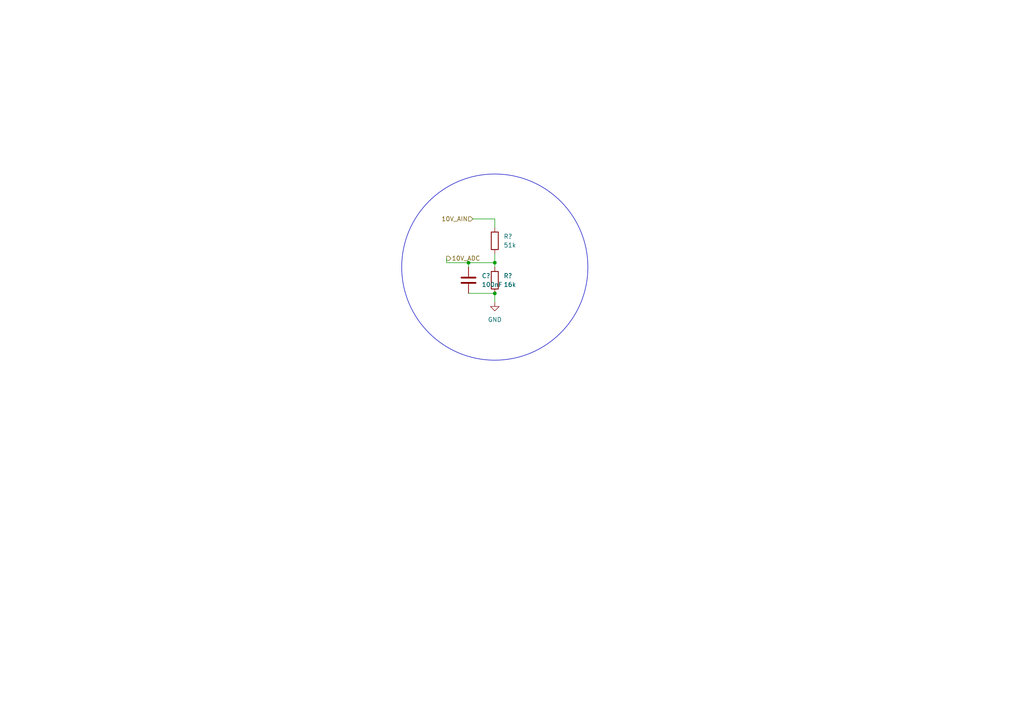
<source format=kicad_sch>
(kicad_sch
	(version 20250114)
	(generator "eeschema")
	(generator_version "9.0")
	(uuid "75d96c7c-c4c9-4ee6-addb-6438632cb428")
	(paper "A4")
	(lib_symbols
		(symbol "Device:C"
			(pin_numbers
				(hide yes)
			)
			(pin_names
				(offset 0.254)
			)
			(exclude_from_sim no)
			(in_bom yes)
			(on_board yes)
			(property "Reference" "C"
				(at 0.635 2.54 0)
				(effects
					(font
						(size 1.27 1.27)
					)
					(justify left)
				)
			)
			(property "Value" "C"
				(at 0.635 -2.54 0)
				(effects
					(font
						(size 1.27 1.27)
					)
					(justify left)
				)
			)
			(property "Footprint" ""
				(at 0.9652 -3.81 0)
				(effects
					(font
						(size 1.27 1.27)
					)
					(hide yes)
				)
			)
			(property "Datasheet" "~"
				(at 0 0 0)
				(effects
					(font
						(size 1.27 1.27)
					)
					(hide yes)
				)
			)
			(property "Description" "Unpolarized capacitor"
				(at 0 0 0)
				(effects
					(font
						(size 1.27 1.27)
					)
					(hide yes)
				)
			)
			(property "ki_keywords" "cap capacitor"
				(at 0 0 0)
				(effects
					(font
						(size 1.27 1.27)
					)
					(hide yes)
				)
			)
			(property "ki_fp_filters" "C_*"
				(at 0 0 0)
				(effects
					(font
						(size 1.27 1.27)
					)
					(hide yes)
				)
			)
			(symbol "C_0_1"
				(polyline
					(pts
						(xy -2.032 0.762) (xy 2.032 0.762)
					)
					(stroke
						(width 0.508)
						(type default)
					)
					(fill
						(type none)
					)
				)
				(polyline
					(pts
						(xy -2.032 -0.762) (xy 2.032 -0.762)
					)
					(stroke
						(width 0.508)
						(type default)
					)
					(fill
						(type none)
					)
				)
			)
			(symbol "C_1_1"
				(pin passive line
					(at 0 3.81 270)
					(length 2.794)
					(name "~"
						(effects
							(font
								(size 1.27 1.27)
							)
						)
					)
					(number "1"
						(effects
							(font
								(size 1.27 1.27)
							)
						)
					)
				)
				(pin passive line
					(at 0 -3.81 90)
					(length 2.794)
					(name "~"
						(effects
							(font
								(size 1.27 1.27)
							)
						)
					)
					(number "2"
						(effects
							(font
								(size 1.27 1.27)
							)
						)
					)
				)
			)
			(embedded_fonts no)
		)
		(symbol "Device:R"
			(pin_numbers
				(hide yes)
			)
			(pin_names
				(offset 0)
			)
			(exclude_from_sim no)
			(in_bom yes)
			(on_board yes)
			(property "Reference" "R"
				(at 2.032 0 90)
				(effects
					(font
						(size 1.27 1.27)
					)
				)
			)
			(property "Value" "R"
				(at 0 0 90)
				(effects
					(font
						(size 1.27 1.27)
					)
				)
			)
			(property "Footprint" ""
				(at -1.778 0 90)
				(effects
					(font
						(size 1.27 1.27)
					)
					(hide yes)
				)
			)
			(property "Datasheet" "~"
				(at 0 0 0)
				(effects
					(font
						(size 1.27 1.27)
					)
					(hide yes)
				)
			)
			(property "Description" "Resistor"
				(at 0 0 0)
				(effects
					(font
						(size 1.27 1.27)
					)
					(hide yes)
				)
			)
			(property "ki_keywords" "R res resistor"
				(at 0 0 0)
				(effects
					(font
						(size 1.27 1.27)
					)
					(hide yes)
				)
			)
			(property "ki_fp_filters" "R_*"
				(at 0 0 0)
				(effects
					(font
						(size 1.27 1.27)
					)
					(hide yes)
				)
			)
			(symbol "R_0_1"
				(rectangle
					(start -1.016 -2.54)
					(end 1.016 2.54)
					(stroke
						(width 0.254)
						(type default)
					)
					(fill
						(type none)
					)
				)
			)
			(symbol "R_1_1"
				(pin passive line
					(at 0 3.81 270)
					(length 1.27)
					(name "~"
						(effects
							(font
								(size 1.27 1.27)
							)
						)
					)
					(number "1"
						(effects
							(font
								(size 1.27 1.27)
							)
						)
					)
				)
				(pin passive line
					(at 0 -3.81 90)
					(length 1.27)
					(name "~"
						(effects
							(font
								(size 1.27 1.27)
							)
						)
					)
					(number "2"
						(effects
							(font
								(size 1.27 1.27)
							)
						)
					)
				)
			)
			(embedded_fonts no)
		)
		(symbol "power:GND"
			(power)
			(pin_numbers
				(hide yes)
			)
			(pin_names
				(offset 0)
				(hide yes)
			)
			(exclude_from_sim no)
			(in_bom yes)
			(on_board yes)
			(property "Reference" "#PWR"
				(at 0 -6.35 0)
				(effects
					(font
						(size 1.27 1.27)
					)
					(hide yes)
				)
			)
			(property "Value" "GND"
				(at 0 -3.81 0)
				(effects
					(font
						(size 1.27 1.27)
					)
				)
			)
			(property "Footprint" ""
				(at 0 0 0)
				(effects
					(font
						(size 1.27 1.27)
					)
					(hide yes)
				)
			)
			(property "Datasheet" ""
				(at 0 0 0)
				(effects
					(font
						(size 1.27 1.27)
					)
					(hide yes)
				)
			)
			(property "Description" "Power symbol creates a global label with name \"GND\" , ground"
				(at 0 0 0)
				(effects
					(font
						(size 1.27 1.27)
					)
					(hide yes)
				)
			)
			(property "ki_keywords" "global power"
				(at 0 0 0)
				(effects
					(font
						(size 1.27 1.27)
					)
					(hide yes)
				)
			)
			(symbol "GND_0_1"
				(polyline
					(pts
						(xy 0 0) (xy 0 -1.27) (xy 1.27 -1.27) (xy 0 -2.54) (xy -1.27 -1.27) (xy 0 -1.27)
					)
					(stroke
						(width 0)
						(type default)
					)
					(fill
						(type none)
					)
				)
			)
			(symbol "GND_1_1"
				(pin power_in line
					(at 0 0 270)
					(length 0)
					(name "~"
						(effects
							(font
								(size 1.27 1.27)
							)
						)
					)
					(number "1"
						(effects
							(font
								(size 1.27 1.27)
							)
						)
					)
				)
			)
			(embedded_fonts no)
		)
	)
	(circle
		(center 143.51 77.47)
		(radius 27.0006)
		(stroke
			(width 0)
			(type default)
		)
		(fill
			(type none)
		)
		(uuid 8d631238-e238-4fdf-9b82-79643a9a5587)
	)
	(junction
		(at 143.51 85.09)
		(diameter 0)
		(color 0 0 0 0)
		(uuid "576a65af-900e-4043-8456-50273e3d8a26")
	)
	(junction
		(at 143.51 76.2)
		(diameter 0)
		(color 0 0 0 0)
		(uuid "6fdbda12-2814-44bb-bc25-35c12aed7461")
	)
	(junction
		(at 135.89 76.2)
		(diameter 0)
		(color 0 0 0 0)
		(uuid "f6a5ce0a-e60f-467a-8c80-a705add9fd8d")
	)
	(wire
		(pts
			(xy 143.51 73.66) (xy 143.51 76.2)
		)
		(stroke
			(width 0)
			(type default)
		)
		(uuid "0cdec24f-0387-4dd5-bf3b-ce2fd8d22981")
	)
	(wire
		(pts
			(xy 129.54 76.2) (xy 129.54 74.93)
		)
		(stroke
			(width 0)
			(type default)
		)
		(uuid "142b1068-d977-4fc5-99b3-d4fe0a3b1dc4")
	)
	(wire
		(pts
			(xy 143.51 85.09) (xy 143.51 87.63)
		)
		(stroke
			(width 0)
			(type default)
		)
		(uuid "15cbce29-89b1-4768-ace9-a02455e8275a")
	)
	(wire
		(pts
			(xy 143.51 63.5) (xy 143.51 66.04)
		)
		(stroke
			(width 0)
			(type default)
		)
		(uuid "1a57fc18-aa71-4809-ac90-694f7eb5ba83")
	)
	(wire
		(pts
			(xy 135.89 76.2) (xy 135.89 77.47)
		)
		(stroke
			(width 0)
			(type default)
		)
		(uuid "4c49268d-67fe-4feb-8976-a2a835e1c165")
	)
	(wire
		(pts
			(xy 137.16 63.5) (xy 143.51 63.5)
		)
		(stroke
			(width 0)
			(type default)
		)
		(uuid "7cdee398-54ea-46b0-8126-dfe721c6c452")
	)
	(wire
		(pts
			(xy 135.89 76.2) (xy 143.51 76.2)
		)
		(stroke
			(width 0)
			(type default)
		)
		(uuid "7f8ac95d-60b1-44c0-8a2f-e2a556ae5118")
	)
	(wire
		(pts
			(xy 129.54 76.2) (xy 135.89 76.2)
		)
		(stroke
			(width 0)
			(type default)
		)
		(uuid "86acc008-49d6-4246-9538-374353fefd9e")
	)
	(wire
		(pts
			(xy 143.51 85.09) (xy 135.89 85.09)
		)
		(stroke
			(width 0)
			(type default)
		)
		(uuid "9775a3c1-7f21-48e0-8c60-60e223360b33")
	)
	(wire
		(pts
			(xy 143.51 76.2) (xy 143.51 77.47)
		)
		(stroke
			(width 0)
			(type default)
		)
		(uuid "feddcf5d-6552-4fbd-928b-b106d16b1e32")
	)
	(hierarchical_label "10V_ADC"
		(shape output)
		(at 129.54 74.93 0)
		(effects
			(font
				(size 1.27 1.27)
			)
			(justify left)
		)
		(uuid "09d10ce5-f483-4679-bde3-2ab585f65a5b")
	)
	(hierarchical_label "10V_AIN"
		(shape input)
		(at 137.16 63.5 180)
		(effects
			(font
				(size 1.27 1.27)
			)
			(justify right)
		)
		(uuid "64c87776-cb88-49af-af64-22542e4cdc0d")
	)
	(symbol
		(lib_id "Device:R")
		(at 143.51 81.28 0)
		(unit 1)
		(exclude_from_sim no)
		(in_bom yes)
		(on_board yes)
		(dnp no)
		(fields_autoplaced yes)
		(uuid "6a307f0c-dec4-453f-9a66-7cfa4624acbb")
		(property "Reference" "R?"
			(at 146.05 80.0099 0)
			(effects
				(font
					(size 1.27 1.27)
				)
				(justify left)
			)
		)
		(property "Value" "16k"
			(at 146.05 82.5499 0)
			(effects
				(font
					(size 1.27 1.27)
				)
				(justify left)
			)
		)
		(property "Footprint" "Resistor_SMD:R_0603_1608Metric"
			(at 141.732 81.28 90)
			(effects
				(font
					(size 1.27 1.27)
				)
				(hide yes)
			)
		)
		(property "Datasheet" "~"
			(at 143.51 81.28 0)
			(effects
				(font
					(size 1.27 1.27)
				)
				(hide yes)
			)
		)
		(property "Description" "Resistor"
			(at 143.51 81.28 0)
			(effects
				(font
					(size 1.27 1.27)
				)
				(hide yes)
			)
		)
		(pin "1"
			(uuid "3720cc91-0a95-4030-90c2-6dc97c8656d3")
		)
		(pin "2"
			(uuid "9e5d8863-e5a3-42a4-9962-82d039142733")
		)
		(instances
			(project "Entrada_10v"
				(path "/75d96c7c-c4c9-4ee6-addb-6438632cb428"
					(reference "R?")
					(unit 1)
				)
			)
			(project "NIVARA"
				(path "/8290cc18-06d0-4e02-a781-29a61ebc321a/9e4d7a0c-a5eb-4e88-9036-0c35e68b279a/8c13851c-1f51-45db-a0c3-d4fd67e1b6ee"
					(reference "R24")
					(unit 1)
				)
			)
			(project "NIVARA_ZorionX_BOARD"
				(path "/8e19332e-3534-4a04-99a8-04957ac8928f/8c13851c-1f51-45db-a0c3-d4fd67e1b6ee"
					(reference "R?")
					(unit 1)
				)
			)
		)
	)
	(symbol
		(lib_id "Device:C")
		(at 135.89 81.28 0)
		(unit 1)
		(exclude_from_sim no)
		(in_bom yes)
		(on_board yes)
		(dnp no)
		(fields_autoplaced yes)
		(uuid "709f7130-a31b-4f07-b5d5-e5606b340b6b")
		(property "Reference" "C?"
			(at 139.7 80.0099 0)
			(effects
				(font
					(size 1.27 1.27)
				)
				(justify left)
			)
		)
		(property "Value" "100nF"
			(at 139.7 82.5499 0)
			(effects
				(font
					(size 1.27 1.27)
				)
				(justify left)
			)
		)
		(property "Footprint" "Capacitor_SMD:C_0805_2012Metric"
			(at 136.8552 85.09 0)
			(effects
				(font
					(size 1.27 1.27)
				)
				(hide yes)
			)
		)
		(property "Datasheet" "~"
			(at 135.89 81.28 0)
			(effects
				(font
					(size 1.27 1.27)
				)
				(hide yes)
			)
		)
		(property "Description" "Unpolarized capacitor"
			(at 135.89 81.28 0)
			(effects
				(font
					(size 1.27 1.27)
				)
				(hide yes)
			)
		)
		(pin "2"
			(uuid "795bd637-9872-4534-952e-73b2cb649aa6")
		)
		(pin "1"
			(uuid "59af38fd-916a-41c4-9e07-577ecf7bd300")
		)
		(instances
			(project "Entrada_10v"
				(path "/75d96c7c-c4c9-4ee6-addb-6438632cb428"
					(reference "C?")
					(unit 1)
				)
			)
			(project "NIVARA"
				(path "/8290cc18-06d0-4e02-a781-29a61ebc321a/9e4d7a0c-a5eb-4e88-9036-0c35e68b279a/8c13851c-1f51-45db-a0c3-d4fd67e1b6ee"
					(reference "C10")
					(unit 1)
				)
			)
			(project "NIVARA_ZorionX_BOARD"
				(path "/8e19332e-3534-4a04-99a8-04957ac8928f/8c13851c-1f51-45db-a0c3-d4fd67e1b6ee"
					(reference "C?")
					(unit 1)
				)
			)
		)
	)
	(symbol
		(lib_id "power:GND")
		(at 143.51 87.63 0)
		(unit 1)
		(exclude_from_sim no)
		(in_bom yes)
		(on_board yes)
		(dnp no)
		(fields_autoplaced yes)
		(uuid "8926991f-06cf-4f9f-85d6-9ca4892d599e")
		(property "Reference" "#PWR?"
			(at 143.51 93.98 0)
			(effects
				(font
					(size 1.27 1.27)
				)
				(hide yes)
			)
		)
		(property "Value" "GND"
			(at 143.51 92.71 0)
			(effects
				(font
					(size 1.27 1.27)
				)
			)
		)
		(property "Footprint" ""
			(at 143.51 87.63 0)
			(effects
				(font
					(size 1.27 1.27)
				)
				(hide yes)
			)
		)
		(property "Datasheet" ""
			(at 143.51 87.63 0)
			(effects
				(font
					(size 1.27 1.27)
				)
				(hide yes)
			)
		)
		(property "Description" "Power symbol creates a global label with name \"GND\" , ground"
			(at 143.51 87.63 0)
			(effects
				(font
					(size 1.27 1.27)
				)
				(hide yes)
			)
		)
		(pin "1"
			(uuid "b6ed84ca-a022-4d89-92f5-831e034772cc")
		)
		(instances
			(project "Entrada_10v"
				(path "/75d96c7c-c4c9-4ee6-addb-6438632cb428"
					(reference "#PWR?")
					(unit 1)
				)
			)
			(project "NIVARA"
				(path "/8290cc18-06d0-4e02-a781-29a61ebc321a/9e4d7a0c-a5eb-4e88-9036-0c35e68b279a/8c13851c-1f51-45db-a0c3-d4fd67e1b6ee"
					(reference "#PWR050")
					(unit 1)
				)
			)
			(project "NIVARA_ZorionX_BOARD"
				(path "/8e19332e-3534-4a04-99a8-04957ac8928f/8c13851c-1f51-45db-a0c3-d4fd67e1b6ee"
					(reference "#PWR?")
					(unit 1)
				)
			)
		)
	)
	(symbol
		(lib_id "Device:R")
		(at 143.51 69.85 0)
		(unit 1)
		(exclude_from_sim no)
		(in_bom yes)
		(on_board yes)
		(dnp no)
		(fields_autoplaced yes)
		(uuid "a15be0c1-3e2a-410a-887a-3ed22ce54612")
		(property "Reference" "R?"
			(at 146.05 68.5799 0)
			(effects
				(font
					(size 1.27 1.27)
				)
				(justify left)
			)
		)
		(property "Value" "51k"
			(at 146.05 71.1199 0)
			(effects
				(font
					(size 1.27 1.27)
				)
				(justify left)
			)
		)
		(property "Footprint" "Resistor_SMD:R_0603_1608Metric"
			(at 141.732 69.85 90)
			(effects
				(font
					(size 1.27 1.27)
				)
				(hide yes)
			)
		)
		(property "Datasheet" "~"
			(at 143.51 69.85 0)
			(effects
				(font
					(size 1.27 1.27)
				)
				(hide yes)
			)
		)
		(property "Description" "Resistor"
			(at 143.51 69.85 0)
			(effects
				(font
					(size 1.27 1.27)
				)
				(hide yes)
			)
		)
		(pin "1"
			(uuid "417cd5e0-28e5-40a8-abf3-c874f604d0f0")
		)
		(pin "2"
			(uuid "feaa00ac-7655-494f-913b-45ccb5b8515f")
		)
		(instances
			(project "Entrada_10v"
				(path "/75d96c7c-c4c9-4ee6-addb-6438632cb428"
					(reference "R?")
					(unit 1)
				)
			)
			(project "NIVARA"
				(path "/8290cc18-06d0-4e02-a781-29a61ebc321a/9e4d7a0c-a5eb-4e88-9036-0c35e68b279a/8c13851c-1f51-45db-a0c3-d4fd67e1b6ee"
					(reference "R23")
					(unit 1)
				)
			)
			(project "NIVARA_ZorionX_BOARD"
				(path "/8e19332e-3534-4a04-99a8-04957ac8928f/8c13851c-1f51-45db-a0c3-d4fd67e1b6ee"
					(reference "R?")
					(unit 1)
				)
			)
		)
	)
	(sheet_instances
		(path "/"
			(page "1")
		)
	)
	(embedded_fonts no)
)

</source>
